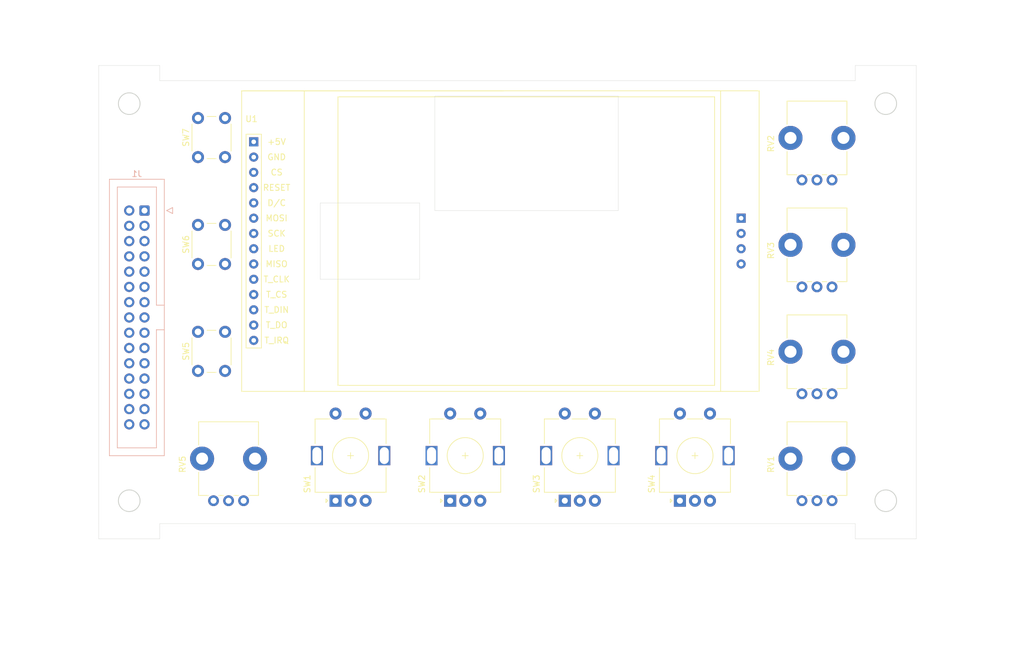
<source format=kicad_pcb>
(kicad_pcb (version 20171130) (host pcbnew "(5.1.7)-1")

  (general
    (thickness 1.6)
    (drawings 36)
    (tracks 0)
    (zones 0)
    (modules 14)
    (nets 90)
  )

  (page A4)
  (layers
    (0 F.Cu signal)
    (31 B.Cu signal)
    (32 B.Adhes user)
    (33 F.Adhes user)
    (34 B.Paste user)
    (35 F.Paste user)
    (36 B.SilkS user)
    (37 F.SilkS user)
    (38 B.Mask user)
    (39 F.Mask user)
    (40 Dwgs.User user)
    (41 Cmts.User user)
    (42 Eco1.User user)
    (43 Eco2.User user)
    (44 Edge.Cuts user)
    (45 Margin user)
    (46 B.CrtYd user)
    (47 F.CrtYd user)
    (48 B.Fab user)
    (49 F.Fab user)
  )

  (setup
    (last_trace_width 0.25)
    (trace_clearance 0.2)
    (zone_clearance 0.508)
    (zone_45_only no)
    (trace_min 0.2)
    (via_size 0.8)
    (via_drill 0.4)
    (via_min_size 0.4)
    (via_min_drill 0.3)
    (uvia_size 0.3)
    (uvia_drill 0.1)
    (uvias_allowed no)
    (uvia_min_size 0.2)
    (uvia_min_drill 0.1)
    (edge_width 0.05)
    (segment_width 0.2)
    (pcb_text_width 0.3)
    (pcb_text_size 1.5 1.5)
    (mod_edge_width 0.12)
    (mod_text_size 1 1)
    (mod_text_width 0.15)
    (pad_size 1.524 1.524)
    (pad_drill 0.762)
    (pad_to_mask_clearance 0)
    (aux_axis_origin 0 0)
    (visible_elements FFFFFF7F)
    (pcbplotparams
      (layerselection 0x010fc_ffffffff)
      (usegerberextensions false)
      (usegerberattributes true)
      (usegerberadvancedattributes true)
      (creategerberjobfile true)
      (excludeedgelayer true)
      (linewidth 0.100000)
      (plotframeref false)
      (viasonmask false)
      (mode 1)
      (useauxorigin false)
      (hpglpennumber 1)
      (hpglpenspeed 20)
      (hpglpendiameter 15.000000)
      (psnegative false)
      (psa4output false)
      (plotreference true)
      (plotvalue true)
      (plotinvisibletext false)
      (padsonsilk false)
      (subtractmaskfromsilk false)
      (outputformat 1)
      (mirror false)
      (drillshape 1)
      (scaleselection 1)
      (outputdirectory ""))
  )

  (net 0 "")
  (net 1 "Net-(J1-Pad30)")
  (net 2 "Net-(J1-Pad28)")
  (net 3 "Net-(J1-Pad26)")
  (net 4 "Net-(J1-Pad24)")
  (net 5 "Net-(J1-Pad22)")
  (net 6 "Net-(J1-Pad20)")
  (net 7 "Net-(J1-Pad18)")
  (net 8 "Net-(J1-Pad16)")
  (net 9 "Net-(J1-Pad14)")
  (net 10 "Net-(J1-Pad12)")
  (net 11 "Net-(J1-Pad10)")
  (net 12 "Net-(J1-Pad8)")
  (net 13 "Net-(J1-Pad6)")
  (net 14 "Net-(J1-Pad4)")
  (net 15 "Net-(J1-Pad2)")
  (net 16 "Net-(J1-Pad29)")
  (net 17 "Net-(J1-Pad27)")
  (net 18 "Net-(J1-Pad25)")
  (net 19 "Net-(J1-Pad23)")
  (net 20 "Net-(J1-Pad21)")
  (net 21 "Net-(J1-Pad19)")
  (net 22 "Net-(J1-Pad17)")
  (net 23 "Net-(J1-Pad15)")
  (net 24 "Net-(J1-Pad13)")
  (net 25 "Net-(J1-Pad11)")
  (net 26 "Net-(J1-Pad9)")
  (net 27 "Net-(J1-Pad7)")
  (net 28 "Net-(J1-Pad5)")
  (net 29 "Net-(J1-Pad3)")
  (net 30 "Net-(J1-Pad1)")
  (net 31 "Net-(U1-Pad18)")
  (net 32 "Net-(U1-Pad17)")
  (net 33 "Net-(U1-Pad16)")
  (net 34 "Net-(U1-Pad15)")
  (net 35 "Net-(U1-Pad14)")
  (net 36 "Net-(U1-Pad13)")
  (net 37 "Net-(U1-Pad12)")
  (net 38 "Net-(U1-Pad11)")
  (net 39 "Net-(U1-Pad10)")
  (net 40 "Net-(U1-Pad9)")
  (net 41 "Net-(U1-Pad8)")
  (net 42 "Net-(U1-Pad7)")
  (net 43 "Net-(U1-Pad6)")
  (net 44 "Net-(U1-Pad5)")
  (net 45 "Net-(U1-Pad4)")
  (net 46 "Net-(U1-Pad3)")
  (net 47 "Net-(U1-Pad2)")
  (net 48 "Net-(U1-Pad1)")
  (net 49 "Net-(SW1-PadA)")
  (net 50 "Net-(SW1-PadC)")
  (net 51 "Net-(SW1-PadB)")
  (net 52 "Net-(SW1-PadS2)")
  (net 53 "Net-(SW1-PadS1)")
  (net 54 "Net-(SW2-PadA)")
  (net 55 "Net-(SW2-PadC)")
  (net 56 "Net-(SW2-PadB)")
  (net 57 "Net-(SW2-PadS2)")
  (net 58 "Net-(SW2-PadS1)")
  (net 59 "Net-(SW3-PadA)")
  (net 60 "Net-(SW3-PadC)")
  (net 61 "Net-(SW3-PadB)")
  (net 62 "Net-(SW3-PadS2)")
  (net 63 "Net-(SW3-PadS1)")
  (net 64 "Net-(SW4-PadA)")
  (net 65 "Net-(SW4-PadC)")
  (net 66 "Net-(SW4-PadB)")
  (net 67 "Net-(SW4-PadS2)")
  (net 68 "Net-(SW4-PadS1)")
  (net 69 "Net-(SW5-Pad1)")
  (net 70 "Net-(SW5-Pad2)")
  (net 71 "Net-(RV1-Pad1)")
  (net 72 "Net-(RV1-Pad2)")
  (net 73 "Net-(RV1-Pad3)")
  (net 74 "Net-(RV2-Pad1)")
  (net 75 "Net-(RV2-Pad2)")
  (net 76 "Net-(RV2-Pad3)")
  (net 77 "Net-(RV3-Pad1)")
  (net 78 "Net-(RV3-Pad2)")
  (net 79 "Net-(RV3-Pad3)")
  (net 80 "Net-(RV4-Pad1)")
  (net 81 "Net-(RV4-Pad2)")
  (net 82 "Net-(RV4-Pad3)")
  (net 83 "Net-(RV5-Pad1)")
  (net 84 "Net-(RV5-Pad2)")
  (net 85 "Net-(RV5-Pad3)")
  (net 86 "Net-(SW6-Pad1)")
  (net 87 "Net-(SW6-Pad2)")
  (net 88 "Net-(SW7-Pad1)")
  (net 89 "Net-(SW7-Pad2)")

  (net_class Default "This is the default net class."
    (clearance 0.2)
    (trace_width 0.25)
    (via_dia 0.8)
    (via_drill 0.4)
    (uvia_dia 0.3)
    (uvia_drill 0.1)
    (add_net "Net-(J1-Pad1)")
    (add_net "Net-(J1-Pad10)")
    (add_net "Net-(J1-Pad11)")
    (add_net "Net-(J1-Pad12)")
    (add_net "Net-(J1-Pad13)")
    (add_net "Net-(J1-Pad14)")
    (add_net "Net-(J1-Pad15)")
    (add_net "Net-(J1-Pad16)")
    (add_net "Net-(J1-Pad17)")
    (add_net "Net-(J1-Pad18)")
    (add_net "Net-(J1-Pad19)")
    (add_net "Net-(J1-Pad2)")
    (add_net "Net-(J1-Pad20)")
    (add_net "Net-(J1-Pad21)")
    (add_net "Net-(J1-Pad22)")
    (add_net "Net-(J1-Pad23)")
    (add_net "Net-(J1-Pad24)")
    (add_net "Net-(J1-Pad25)")
    (add_net "Net-(J1-Pad26)")
    (add_net "Net-(J1-Pad27)")
    (add_net "Net-(J1-Pad28)")
    (add_net "Net-(J1-Pad29)")
    (add_net "Net-(J1-Pad3)")
    (add_net "Net-(J1-Pad30)")
    (add_net "Net-(J1-Pad4)")
    (add_net "Net-(J1-Pad5)")
    (add_net "Net-(J1-Pad6)")
    (add_net "Net-(J1-Pad7)")
    (add_net "Net-(J1-Pad8)")
    (add_net "Net-(J1-Pad9)")
    (add_net "Net-(RV1-Pad1)")
    (add_net "Net-(RV1-Pad2)")
    (add_net "Net-(RV1-Pad3)")
    (add_net "Net-(RV2-Pad1)")
    (add_net "Net-(RV2-Pad2)")
    (add_net "Net-(RV2-Pad3)")
    (add_net "Net-(RV3-Pad1)")
    (add_net "Net-(RV3-Pad2)")
    (add_net "Net-(RV3-Pad3)")
    (add_net "Net-(RV4-Pad1)")
    (add_net "Net-(RV4-Pad2)")
    (add_net "Net-(RV4-Pad3)")
    (add_net "Net-(RV5-Pad1)")
    (add_net "Net-(RV5-Pad2)")
    (add_net "Net-(RV5-Pad3)")
    (add_net "Net-(SW1-PadA)")
    (add_net "Net-(SW1-PadB)")
    (add_net "Net-(SW1-PadC)")
    (add_net "Net-(SW1-PadS1)")
    (add_net "Net-(SW1-PadS2)")
    (add_net "Net-(SW2-PadA)")
    (add_net "Net-(SW2-PadB)")
    (add_net "Net-(SW2-PadC)")
    (add_net "Net-(SW2-PadS1)")
    (add_net "Net-(SW2-PadS2)")
    (add_net "Net-(SW3-PadA)")
    (add_net "Net-(SW3-PadB)")
    (add_net "Net-(SW3-PadC)")
    (add_net "Net-(SW3-PadS1)")
    (add_net "Net-(SW3-PadS2)")
    (add_net "Net-(SW4-PadA)")
    (add_net "Net-(SW4-PadB)")
    (add_net "Net-(SW4-PadC)")
    (add_net "Net-(SW4-PadS1)")
    (add_net "Net-(SW4-PadS2)")
    (add_net "Net-(SW5-Pad1)")
    (add_net "Net-(SW5-Pad2)")
    (add_net "Net-(SW6-Pad1)")
    (add_net "Net-(SW6-Pad2)")
    (add_net "Net-(SW7-Pad1)")
    (add_net "Net-(SW7-Pad2)")
    (add_net "Net-(U1-Pad1)")
    (add_net "Net-(U1-Pad10)")
    (add_net "Net-(U1-Pad11)")
    (add_net "Net-(U1-Pad12)")
    (add_net "Net-(U1-Pad13)")
    (add_net "Net-(U1-Pad14)")
    (add_net "Net-(U1-Pad15)")
    (add_net "Net-(U1-Pad16)")
    (add_net "Net-(U1-Pad17)")
    (add_net "Net-(U1-Pad18)")
    (add_net "Net-(U1-Pad2)")
    (add_net "Net-(U1-Pad3)")
    (add_net "Net-(U1-Pad4)")
    (add_net "Net-(U1-Pad5)")
    (add_net "Net-(U1-Pad6)")
    (add_net "Net-(U1-Pad7)")
    (add_net "Net-(U1-Pad8)")
    (add_net "Net-(U1-Pad9)")
  )

  (module Module:TeensyLCD_ILI9341 (layer F.Cu) (tedit 5F76F29F) (tstamp 5F73371F)
    (at 72.76 48.26)
    (path /5F735402)
    (fp_text reference U1 (at -0.37 -3.81) (layer F.SilkS)
      (effects (font (size 1 1) (thickness 0.15)))
    )
    (fp_text value TeensyLCD (at 19.95 -5.08) (layer F.Fab)
      (effects (font (size 1 1) (thickness 0.15)))
    )
    (fp_text user T_IRQ (at 3.81 33.02) (layer F.SilkS)
      (effects (font (size 1 1) (thickness 0.15)))
    )
    (fp_text user T_DO (at 3.81 30.48) (layer F.SilkS)
      (effects (font (size 1 1) (thickness 0.15)))
    )
    (fp_text user T_DIN (at 3.81 27.94) (layer F.SilkS)
      (effects (font (size 1 1) (thickness 0.15)))
    )
    (fp_text user T_CS (at 3.81 25.4) (layer F.SilkS)
      (effects (font (size 1 1) (thickness 0.15)))
    )
    (fp_text user T_CLK (at 3.81 22.86) (layer F.SilkS)
      (effects (font (size 1 1) (thickness 0.15)))
    )
    (fp_text user MISO (at 3.81 20.32) (layer F.SilkS)
      (effects (font (size 1 1) (thickness 0.15)))
    )
    (fp_text user LED (at 3.81 17.78) (layer F.SilkS)
      (effects (font (size 1 1) (thickness 0.15)))
    )
    (fp_text user SCK (at 3.81 15.24) (layer F.SilkS)
      (effects (font (size 1 1) (thickness 0.15)))
    )
    (fp_text user MOSI (at 3.81 12.7) (layer F.SilkS)
      (effects (font (size 1 1) (thickness 0.15)))
    )
    (fp_text user D/C (at 3.81 10.16) (layer F.SilkS)
      (effects (font (size 1 1) (thickness 0.15)))
    )
    (fp_text user RESET (at 3.81 7.62) (layer F.SilkS)
      (effects (font (size 1 1) (thickness 0.15)))
    )
    (fp_text user CS (at 3.81 5.08) (layer F.SilkS)
      (effects (font (size 1 1) (thickness 0.15)))
    )
    (fp_text user GND (at 3.81 2.54) (layer F.SilkS)
      (effects (font (size 1 1) (thickness 0.15)))
    )
    (fp_text user +5V (at 3.81 0) (layer F.SilkS)
      (effects (font (size 1 1) (thickness 0.15)))
    )
    (fp_line (start -2 -8.49) (end 84 -8.49) (layer F.SilkS) (width 0.12))
    (fp_line (start -2 -8.49) (end 41.51 -8.49) (layer F.SilkS) (width 0.12))
    (fp_line (start -2 -8.49) (end -2 41.51) (layer F.SilkS) (width 0.12))
    (fp_line (start -2 41.51) (end 84 41.51) (layer F.SilkS) (width 0.12))
    (fp_line (start 84 -8.49) (end 84 41.51) (layer F.SilkS) (width 0.12))
    (fp_line (start 8.4 -8.49) (end 8.4 41.51) (layer F.SilkS) (width 0.12))
    (fp_line (start 77.6 -8.49) (end 77.6 41.51) (layer F.SilkS) (width 0.12))
    (fp_line (start -1.27 -1.27) (end 1.27 -1.27) (layer F.SilkS) (width 0.12))
    (fp_line (start 1.27 -1.27) (end 1.27 34.29) (layer F.SilkS) (width 0.12))
    (fp_line (start 1.27 34.29) (end -1.27 34.29) (layer F.SilkS) (width 0.12))
    (fp_line (start -1.27 34.29) (end -1.27 -1.27) (layer F.SilkS) (width 0.12))
    (fp_line (start 14 -7.49) (end 14 40.51) (layer F.SilkS) (width 0.12))
    (fp_line (start 76.6 -7.49) (end 76.6 40.51) (layer F.SilkS) (width 0.12))
    (fp_line (start 76.6 -7.49) (end 14 -7.49) (layer F.SilkS) (width 0.12))
    (fp_line (start 14 40.51) (end 76.6 40.51) (layer F.SilkS) (width 0.12))
    (fp_line (start 30 -8.49) (end 30 11.51) (layer F.Fab) (width 0.12))
    (fp_line (start 60 -8.49) (end 60 11.51) (layer F.Fab) (width 0.12))
    (fp_line (start 30 11.51) (end 60 11.51) (layer F.Fab) (width 0.12))
    (fp_line (start 27 10) (end 27 23) (layer F.Fab) (width 0.12))
    (fp_line (start 12 10) (end 12 23) (layer F.Fab) (width 0.12))
    (fp_line (start 12 10) (end 27 10) (layer F.Fab) (width 0.12))
    (fp_line (start 12 23) (end 27 23) (layer F.Fab) (width 0.12))
    (pad "" np_thru_hole circle (at 81 -5.49) (size 3.2 3.2) (drill 3.2) (layers *.Cu *.Mask))
    (pad "" np_thru_hole circle (at 81 38.51) (size 3.2 3.2) (drill 3.2) (layers *.Cu *.Mask))
    (pad "" np_thru_hole circle (at 4.92 38.51) (size 3.2 3.2) (drill 3.2) (layers *.Cu *.Mask))
    (pad "" np_thru_hole circle (at 4.92 -5.49) (size 3.2 3.2) (drill 3.2) (layers *.Cu *.Mask))
    (pad 18 thru_hole circle (at 81 20.32) (size 1.524 1.524) (drill 0.762) (layers *.Cu *.Mask)
      (net 31 "Net-(U1-Pad18)"))
    (pad 17 thru_hole circle (at 81 17.78) (size 1.524 1.524) (drill 0.762) (layers *.Cu *.Mask)
      (net 32 "Net-(U1-Pad17)"))
    (pad 16 thru_hole circle (at 81 15.24) (size 1.524 1.524) (drill 0.762) (layers *.Cu *.Mask)
      (net 33 "Net-(U1-Pad16)"))
    (pad 15 thru_hole rect (at 81 12.7) (size 1.524 1.524) (drill 0.762) (layers *.Cu *.Mask)
      (net 34 "Net-(U1-Pad15)"))
    (pad 14 thru_hole circle (at 0 33.02) (size 1.524 1.524) (drill 0.762) (layers *.Cu *.Mask)
      (net 35 "Net-(U1-Pad14)"))
    (pad 13 thru_hole circle (at 0 30.48) (size 1.524 1.524) (drill 0.762) (layers *.Cu *.Mask)
      (net 36 "Net-(U1-Pad13)"))
    (pad 12 thru_hole circle (at 0 27.94) (size 1.524 1.524) (drill 0.762) (layers *.Cu *.Mask)
      (net 37 "Net-(U1-Pad12)"))
    (pad 11 thru_hole circle (at 0 25.4) (size 1.524 1.524) (drill 0.762) (layers *.Cu *.Mask)
      (net 38 "Net-(U1-Pad11)"))
    (pad 10 thru_hole circle (at 0 22.86) (size 1.524 1.524) (drill 0.762) (layers *.Cu *.Mask)
      (net 39 "Net-(U1-Pad10)"))
    (pad 9 thru_hole circle (at 0 20.32) (size 1.524 1.524) (drill 0.762) (layers *.Cu *.Mask)
      (net 40 "Net-(U1-Pad9)"))
    (pad 8 thru_hole circle (at 0 17.78) (size 1.524 1.524) (drill 0.762) (layers *.Cu *.Mask)
      (net 41 "Net-(U1-Pad8)"))
    (pad 7 thru_hole circle (at 0 15.24) (size 1.524 1.524) (drill 0.762) (layers *.Cu *.Mask)
      (net 42 "Net-(U1-Pad7)"))
    (pad 6 thru_hole circle (at 0 12.7) (size 1.524 1.524) (drill 0.762) (layers *.Cu *.Mask)
      (net 43 "Net-(U1-Pad6)"))
    (pad 5 thru_hole circle (at 0 10.16) (size 1.524 1.524) (drill 0.762) (layers *.Cu *.Mask)
      (net 44 "Net-(U1-Pad5)"))
    (pad 4 thru_hole circle (at 0 7.62) (size 1.524 1.524) (drill 0.762) (layers *.Cu *.Mask)
      (net 45 "Net-(U1-Pad4)"))
    (pad 3 thru_hole circle (at 0 5.08) (size 1.524 1.524) (drill 0.762) (layers *.Cu *.Mask)
      (net 46 "Net-(U1-Pad3)"))
    (pad 2 thru_hole circle (at 0 2.54) (size 1.524 1.524) (drill 0.762) (layers *.Cu *.Mask)
      (net 47 "Net-(U1-Pad2)"))
    (pad 1 thru_hole rect (at 0 0) (size 1.524 1.524) (drill 0.762) (layers *.Cu *.Mask)
      (net 48 "Net-(U1-Pad1)"))
  )

  (module Button_Switch_THT:SW_PUSH_6mm_H9.5mm (layer F.Cu) (tedit 5A02FE31) (tstamp 5F775F06)
    (at 63.5 50.8 90)
    (descr "tactile push button, 6x6mm e.g. PHAP33xx series, height=9.5mm")
    (tags "tact sw push 6mm")
    (path /5F782516)
    (fp_text reference SW7 (at 3.25 -2 90) (layer F.SilkS)
      (effects (font (size 1 1) (thickness 0.15)))
    )
    (fp_text value SW_Push (at 3.75 6.7 90) (layer F.Fab)
      (effects (font (size 1 1) (thickness 0.15)))
    )
    (fp_text user %R (at 3.25 2.25 90) (layer F.Fab)
      (effects (font (size 1 1) (thickness 0.15)))
    )
    (fp_line (start 3.25 -0.75) (end 6.25 -0.75) (layer F.Fab) (width 0.1))
    (fp_line (start 6.25 -0.75) (end 6.25 5.25) (layer F.Fab) (width 0.1))
    (fp_line (start 6.25 5.25) (end 0.25 5.25) (layer F.Fab) (width 0.1))
    (fp_line (start 0.25 5.25) (end 0.25 -0.75) (layer F.Fab) (width 0.1))
    (fp_line (start 0.25 -0.75) (end 3.25 -0.75) (layer F.Fab) (width 0.1))
    (fp_line (start 7.75 6) (end 8 6) (layer F.CrtYd) (width 0.05))
    (fp_line (start 8 6) (end 8 5.75) (layer F.CrtYd) (width 0.05))
    (fp_line (start 7.75 -1.5) (end 8 -1.5) (layer F.CrtYd) (width 0.05))
    (fp_line (start 8 -1.5) (end 8 -1.25) (layer F.CrtYd) (width 0.05))
    (fp_line (start -1.5 -1.25) (end -1.5 -1.5) (layer F.CrtYd) (width 0.05))
    (fp_line (start -1.5 -1.5) (end -1.25 -1.5) (layer F.CrtYd) (width 0.05))
    (fp_line (start -1.5 5.75) (end -1.5 6) (layer F.CrtYd) (width 0.05))
    (fp_line (start -1.5 6) (end -1.25 6) (layer F.CrtYd) (width 0.05))
    (fp_line (start -1.25 -1.5) (end 7.75 -1.5) (layer F.CrtYd) (width 0.05))
    (fp_line (start -1.5 5.75) (end -1.5 -1.25) (layer F.CrtYd) (width 0.05))
    (fp_line (start 7.75 6) (end -1.25 6) (layer F.CrtYd) (width 0.05))
    (fp_line (start 8 -1.25) (end 8 5.75) (layer F.CrtYd) (width 0.05))
    (fp_line (start 1 5.5) (end 5.5 5.5) (layer F.SilkS) (width 0.12))
    (fp_line (start -0.25 1.5) (end -0.25 3) (layer F.SilkS) (width 0.12))
    (fp_line (start 5.5 -1) (end 1 -1) (layer F.SilkS) (width 0.12))
    (fp_line (start 6.75 3) (end 6.75 1.5) (layer F.SilkS) (width 0.12))
    (fp_circle (center 3.25 2.25) (end 1.25 2.5) (layer F.Fab) (width 0.1))
    (pad 1 thru_hole circle (at 6.5 0 180) (size 2 2) (drill 1.1) (layers *.Cu *.Mask)
      (net 88 "Net-(SW7-Pad1)"))
    (pad 2 thru_hole circle (at 6.5 4.5 180) (size 2 2) (drill 1.1) (layers *.Cu *.Mask)
      (net 89 "Net-(SW7-Pad2)"))
    (pad 1 thru_hole circle (at 0 0 180) (size 2 2) (drill 1.1) (layers *.Cu *.Mask)
      (net 88 "Net-(SW7-Pad1)"))
    (pad 2 thru_hole circle (at 0 4.5 180) (size 2 2) (drill 1.1) (layers *.Cu *.Mask)
      (net 89 "Net-(SW7-Pad2)"))
    (model ${KISYS3DMOD}/Button_Switch_THT.3dshapes/SW_PUSH_6mm_H9.5mm.wrl
      (at (xyz 0 0 0))
      (scale (xyz 1 1 1))
      (rotate (xyz 0 0 0))
    )
  )

  (module Button_Switch_THT:SW_PUSH_6mm_H9.5mm (layer F.Cu) (tedit 5A02FE31) (tstamp 5F775EE7)
    (at 63.5 68.58 90)
    (descr "tactile push button, 6x6mm e.g. PHAP33xx series, height=9.5mm")
    (tags "tact sw push 6mm")
    (path /5F782103)
    (fp_text reference SW6 (at 3.25 -2 90) (layer F.SilkS)
      (effects (font (size 1 1) (thickness 0.15)))
    )
    (fp_text value SW_Push (at 3.75 6.7 90) (layer F.Fab)
      (effects (font (size 1 1) (thickness 0.15)))
    )
    (fp_text user %R (at 3.25 2.25 90) (layer F.Fab)
      (effects (font (size 1 1) (thickness 0.15)))
    )
    (fp_line (start 3.25 -0.75) (end 6.25 -0.75) (layer F.Fab) (width 0.1))
    (fp_line (start 6.25 -0.75) (end 6.25 5.25) (layer F.Fab) (width 0.1))
    (fp_line (start 6.25 5.25) (end 0.25 5.25) (layer F.Fab) (width 0.1))
    (fp_line (start 0.25 5.25) (end 0.25 -0.75) (layer F.Fab) (width 0.1))
    (fp_line (start 0.25 -0.75) (end 3.25 -0.75) (layer F.Fab) (width 0.1))
    (fp_line (start 7.75 6) (end 8 6) (layer F.CrtYd) (width 0.05))
    (fp_line (start 8 6) (end 8 5.75) (layer F.CrtYd) (width 0.05))
    (fp_line (start 7.75 -1.5) (end 8 -1.5) (layer F.CrtYd) (width 0.05))
    (fp_line (start 8 -1.5) (end 8 -1.25) (layer F.CrtYd) (width 0.05))
    (fp_line (start -1.5 -1.25) (end -1.5 -1.5) (layer F.CrtYd) (width 0.05))
    (fp_line (start -1.5 -1.5) (end -1.25 -1.5) (layer F.CrtYd) (width 0.05))
    (fp_line (start -1.5 5.75) (end -1.5 6) (layer F.CrtYd) (width 0.05))
    (fp_line (start -1.5 6) (end -1.25 6) (layer F.CrtYd) (width 0.05))
    (fp_line (start -1.25 -1.5) (end 7.75 -1.5) (layer F.CrtYd) (width 0.05))
    (fp_line (start -1.5 5.75) (end -1.5 -1.25) (layer F.CrtYd) (width 0.05))
    (fp_line (start 7.75 6) (end -1.25 6) (layer F.CrtYd) (width 0.05))
    (fp_line (start 8 -1.25) (end 8 5.75) (layer F.CrtYd) (width 0.05))
    (fp_line (start 1 5.5) (end 5.5 5.5) (layer F.SilkS) (width 0.12))
    (fp_line (start -0.25 1.5) (end -0.25 3) (layer F.SilkS) (width 0.12))
    (fp_line (start 5.5 -1) (end 1 -1) (layer F.SilkS) (width 0.12))
    (fp_line (start 6.75 3) (end 6.75 1.5) (layer F.SilkS) (width 0.12))
    (fp_circle (center 3.25 2.25) (end 1.25 2.5) (layer F.Fab) (width 0.1))
    (pad 1 thru_hole circle (at 6.5 0 180) (size 2 2) (drill 1.1) (layers *.Cu *.Mask)
      (net 86 "Net-(SW6-Pad1)"))
    (pad 2 thru_hole circle (at 6.5 4.5 180) (size 2 2) (drill 1.1) (layers *.Cu *.Mask)
      (net 87 "Net-(SW6-Pad2)"))
    (pad 1 thru_hole circle (at 0 0 180) (size 2 2) (drill 1.1) (layers *.Cu *.Mask)
      (net 86 "Net-(SW6-Pad1)"))
    (pad 2 thru_hole circle (at 0 4.5 180) (size 2 2) (drill 1.1) (layers *.Cu *.Mask)
      (net 87 "Net-(SW6-Pad2)"))
    (model ${KISYS3DMOD}/Button_Switch_THT.3dshapes/SW_PUSH_6mm_H9.5mm.wrl
      (at (xyz 0 0 0))
      (scale (xyz 1 1 1))
      (rotate (xyz 0 0 0))
    )
  )

  (module Potentiometer_THT:Potentiometer_Bourns_PTV09A-1_Single_Vertical (layer F.Cu) (tedit 5A3D4993) (tstamp 5F7754B1)
    (at 71.08 107.95 90)
    (descr "Potentiometer, vertical, Bourns PTV09A-1 Single, http://www.bourns.com/docs/Product-Datasheets/ptv09.pdf")
    (tags "Potentiometer vertical Bourns PTV09A-1 Single")
    (path /5F77F007)
    (fp_text reference RV5 (at 6.05 -10.15 90) (layer F.SilkS)
      (effects (font (size 1 1) (thickness 0.15)))
    )
    (fp_text value R_POT (at 6.05 5.15 90) (layer F.Fab)
      (effects (font (size 1 1) (thickness 0.15)))
    )
    (fp_text user %R (at 2 -2.5) (layer F.Fab)
      (effects (font (size 1 1) (thickness 0.15)))
    )
    (fp_circle (center 7.5 -2.5) (end 10.5 -2.5) (layer F.Fab) (width 0.1))
    (fp_line (start 1 -7.35) (end 1 2.35) (layer F.Fab) (width 0.1))
    (fp_line (start 1 2.35) (end 13 2.35) (layer F.Fab) (width 0.1))
    (fp_line (start 13 2.35) (end 13 -7.35) (layer F.Fab) (width 0.1))
    (fp_line (start 13 -7.35) (end 1 -7.35) (layer F.Fab) (width 0.1))
    (fp_line (start 0.88 -7.47) (end 4.745 -7.47) (layer F.SilkS) (width 0.12))
    (fp_line (start 9.255 -7.47) (end 13.12 -7.47) (layer F.SilkS) (width 0.12))
    (fp_line (start 0.88 2.47) (end 4.745 2.47) (layer F.SilkS) (width 0.12))
    (fp_line (start 9.255 2.47) (end 13.12 2.47) (layer F.SilkS) (width 0.12))
    (fp_line (start 0.88 -7.47) (end 0.88 -5.871) (layer F.SilkS) (width 0.12))
    (fp_line (start 0.88 -4.129) (end 0.88 -3.37) (layer F.SilkS) (width 0.12))
    (fp_line (start 0.88 -1.629) (end 0.88 -0.87) (layer F.SilkS) (width 0.12))
    (fp_line (start 0.88 0.87) (end 0.88 2.47) (layer F.SilkS) (width 0.12))
    (fp_line (start 13.12 -7.47) (end 13.12 2.47) (layer F.SilkS) (width 0.12))
    (fp_line (start -1.15 -9.15) (end -1.15 4.15) (layer F.CrtYd) (width 0.05))
    (fp_line (start -1.15 4.15) (end 13.25 4.15) (layer F.CrtYd) (width 0.05))
    (fp_line (start 13.25 4.15) (end 13.25 -9.15) (layer F.CrtYd) (width 0.05))
    (fp_line (start 13.25 -9.15) (end -1.15 -9.15) (layer F.CrtYd) (width 0.05))
    (pad "" np_thru_hole circle (at 7 1.9 90) (size 4 4) (drill 2) (layers *.Cu *.Mask))
    (pad "" np_thru_hole circle (at 7 -6.9 90) (size 4 4) (drill 2) (layers *.Cu *.Mask))
    (pad 1 thru_hole circle (at 0 0 90) (size 1.8 1.8) (drill 1) (layers *.Cu *.Mask)
      (net 83 "Net-(RV5-Pad1)"))
    (pad 2 thru_hole circle (at 0 -2.5 90) (size 1.8 1.8) (drill 1) (layers *.Cu *.Mask)
      (net 84 "Net-(RV5-Pad2)"))
    (pad 3 thru_hole circle (at 0 -5 90) (size 1.8 1.8) (drill 1) (layers *.Cu *.Mask)
      (net 85 "Net-(RV5-Pad3)"))
    (model ${KISYS3DMOD}/Potentiometer_THT.3dshapes/Potentiometer_Bourns_PTV09A-1_Single_Vertical.wrl
      (at (xyz 0 0 0))
      (scale (xyz 1 1 1))
      (rotate (xyz 0 0 0))
    )
  )

  (module Potentiometer_THT:Potentiometer_Bourns_PTV09A-1_Single_Vertical (layer F.Cu) (tedit 5A3D4993) (tstamp 5F774C94)
    (at 168.87 90.17 90)
    (descr "Potentiometer, vertical, Bourns PTV09A-1 Single, http://www.bourns.com/docs/Product-Datasheets/ptv09.pdf")
    (tags "Potentiometer vertical Bourns PTV09A-1 Single")
    (path /5F77B5B6)
    (fp_text reference RV4 (at 6.05 -10.15 90) (layer F.SilkS)
      (effects (font (size 1 1) (thickness 0.15)))
    )
    (fp_text value R_POT (at 6.05 5.15 90) (layer F.Fab)
      (effects (font (size 1 1) (thickness 0.15)))
    )
    (fp_text user %R (at 2 -2.5) (layer F.Fab)
      (effects (font (size 1 1) (thickness 0.15)))
    )
    (fp_circle (center 7.5 -2.5) (end 10.5 -2.5) (layer F.Fab) (width 0.1))
    (fp_line (start 1 -7.35) (end 1 2.35) (layer F.Fab) (width 0.1))
    (fp_line (start 1 2.35) (end 13 2.35) (layer F.Fab) (width 0.1))
    (fp_line (start 13 2.35) (end 13 -7.35) (layer F.Fab) (width 0.1))
    (fp_line (start 13 -7.35) (end 1 -7.35) (layer F.Fab) (width 0.1))
    (fp_line (start 0.88 -7.47) (end 4.745 -7.47) (layer F.SilkS) (width 0.12))
    (fp_line (start 9.255 -7.47) (end 13.12 -7.47) (layer F.SilkS) (width 0.12))
    (fp_line (start 0.88 2.47) (end 4.745 2.47) (layer F.SilkS) (width 0.12))
    (fp_line (start 9.255 2.47) (end 13.12 2.47) (layer F.SilkS) (width 0.12))
    (fp_line (start 0.88 -7.47) (end 0.88 -5.871) (layer F.SilkS) (width 0.12))
    (fp_line (start 0.88 -4.129) (end 0.88 -3.37) (layer F.SilkS) (width 0.12))
    (fp_line (start 0.88 -1.629) (end 0.88 -0.87) (layer F.SilkS) (width 0.12))
    (fp_line (start 0.88 0.87) (end 0.88 2.47) (layer F.SilkS) (width 0.12))
    (fp_line (start 13.12 -7.47) (end 13.12 2.47) (layer F.SilkS) (width 0.12))
    (fp_line (start -1.15 -9.15) (end -1.15 4.15) (layer F.CrtYd) (width 0.05))
    (fp_line (start -1.15 4.15) (end 13.25 4.15) (layer F.CrtYd) (width 0.05))
    (fp_line (start 13.25 4.15) (end 13.25 -9.15) (layer F.CrtYd) (width 0.05))
    (fp_line (start 13.25 -9.15) (end -1.15 -9.15) (layer F.CrtYd) (width 0.05))
    (pad "" np_thru_hole circle (at 7 1.9 90) (size 4 4) (drill 2) (layers *.Cu *.Mask))
    (pad "" np_thru_hole circle (at 7 -6.9 90) (size 4 4) (drill 2) (layers *.Cu *.Mask))
    (pad 1 thru_hole circle (at 0 0 90) (size 1.8 1.8) (drill 1) (layers *.Cu *.Mask)
      (net 80 "Net-(RV4-Pad1)"))
    (pad 2 thru_hole circle (at 0 -2.5 90) (size 1.8 1.8) (drill 1) (layers *.Cu *.Mask)
      (net 81 "Net-(RV4-Pad2)"))
    (pad 3 thru_hole circle (at 0 -5 90) (size 1.8 1.8) (drill 1) (layers *.Cu *.Mask)
      (net 82 "Net-(RV4-Pad3)"))
    (model ${KISYS3DMOD}/Potentiometer_THT.3dshapes/Potentiometer_Bourns_PTV09A-1_Single_Vertical.wrl
      (at (xyz 0 0 0))
      (scale (xyz 1 1 1))
      (rotate (xyz 0 0 0))
    )
  )

  (module Potentiometer_THT:Potentiometer_Bourns_PTV09A-1_Single_Vertical (layer F.Cu) (tedit 5A3D4993) (tstamp 5F77457D)
    (at 168.87 72.39 90)
    (descr "Potentiometer, vertical, Bourns PTV09A-1 Single, http://www.bourns.com/docs/Product-Datasheets/ptv09.pdf")
    (tags "Potentiometer vertical Bourns PTV09A-1 Single")
    (path /5F779B63)
    (fp_text reference RV3 (at 6.05 -10.15 90) (layer F.SilkS)
      (effects (font (size 1 1) (thickness 0.15)))
    )
    (fp_text value R_POT (at 6.05 5.15 90) (layer F.Fab)
      (effects (font (size 1 1) (thickness 0.15)))
    )
    (fp_text user %R (at 2 -2.5) (layer F.Fab)
      (effects (font (size 1 1) (thickness 0.15)))
    )
    (fp_circle (center 7.5 -2.5) (end 10.5 -2.5) (layer F.Fab) (width 0.1))
    (fp_line (start 1 -7.35) (end 1 2.35) (layer F.Fab) (width 0.1))
    (fp_line (start 1 2.35) (end 13 2.35) (layer F.Fab) (width 0.1))
    (fp_line (start 13 2.35) (end 13 -7.35) (layer F.Fab) (width 0.1))
    (fp_line (start 13 -7.35) (end 1 -7.35) (layer F.Fab) (width 0.1))
    (fp_line (start 0.88 -7.47) (end 4.745 -7.47) (layer F.SilkS) (width 0.12))
    (fp_line (start 9.255 -7.47) (end 13.12 -7.47) (layer F.SilkS) (width 0.12))
    (fp_line (start 0.88 2.47) (end 4.745 2.47) (layer F.SilkS) (width 0.12))
    (fp_line (start 9.255 2.47) (end 13.12 2.47) (layer F.SilkS) (width 0.12))
    (fp_line (start 0.88 -7.47) (end 0.88 -5.871) (layer F.SilkS) (width 0.12))
    (fp_line (start 0.88 -4.129) (end 0.88 -3.37) (layer F.SilkS) (width 0.12))
    (fp_line (start 0.88 -1.629) (end 0.88 -0.87) (layer F.SilkS) (width 0.12))
    (fp_line (start 0.88 0.87) (end 0.88 2.47) (layer F.SilkS) (width 0.12))
    (fp_line (start 13.12 -7.47) (end 13.12 2.47) (layer F.SilkS) (width 0.12))
    (fp_line (start -1.15 -9.15) (end -1.15 4.15) (layer F.CrtYd) (width 0.05))
    (fp_line (start -1.15 4.15) (end 13.25 4.15) (layer F.CrtYd) (width 0.05))
    (fp_line (start 13.25 4.15) (end 13.25 -9.15) (layer F.CrtYd) (width 0.05))
    (fp_line (start 13.25 -9.15) (end -1.15 -9.15) (layer F.CrtYd) (width 0.05))
    (pad "" np_thru_hole circle (at 7 1.9 90) (size 4 4) (drill 2) (layers *.Cu *.Mask))
    (pad "" np_thru_hole circle (at 7 -6.9 90) (size 4 4) (drill 2) (layers *.Cu *.Mask))
    (pad 1 thru_hole circle (at 0 0 90) (size 1.8 1.8) (drill 1) (layers *.Cu *.Mask)
      (net 77 "Net-(RV3-Pad1)"))
    (pad 2 thru_hole circle (at 0 -2.5 90) (size 1.8 1.8) (drill 1) (layers *.Cu *.Mask)
      (net 78 "Net-(RV3-Pad2)"))
    (pad 3 thru_hole circle (at 0 -5 90) (size 1.8 1.8) (drill 1) (layers *.Cu *.Mask)
      (net 79 "Net-(RV3-Pad3)"))
    (model ${KISYS3DMOD}/Potentiometer_THT.3dshapes/Potentiometer_Bourns_PTV09A-1_Single_Vertical.wrl
      (at (xyz 0 0 0))
      (scale (xyz 1 1 1))
      (rotate (xyz 0 0 0))
    )
  )

  (module Potentiometer_THT:Potentiometer_Bourns_PTV09A-1_Single_Vertical (layer F.Cu) (tedit 5A3D4993) (tstamp 5F774561)
    (at 168.87 54.61 90)
    (descr "Potentiometer, vertical, Bourns PTV09A-1 Single, http://www.bourns.com/docs/Product-Datasheets/ptv09.pdf")
    (tags "Potentiometer vertical Bourns PTV09A-1 Single")
    (path /5F7793AD)
    (fp_text reference RV2 (at 6.05 -10.15 90) (layer F.SilkS)
      (effects (font (size 1 1) (thickness 0.15)))
    )
    (fp_text value R_POT (at 6.05 5.15 90) (layer F.Fab)
      (effects (font (size 1 1) (thickness 0.15)))
    )
    (fp_text user %R (at 2 -2.5) (layer F.Fab)
      (effects (font (size 1 1) (thickness 0.15)))
    )
    (fp_circle (center 7.5 -2.5) (end 10.5 -2.5) (layer F.Fab) (width 0.1))
    (fp_line (start 1 -7.35) (end 1 2.35) (layer F.Fab) (width 0.1))
    (fp_line (start 1 2.35) (end 13 2.35) (layer F.Fab) (width 0.1))
    (fp_line (start 13 2.35) (end 13 -7.35) (layer F.Fab) (width 0.1))
    (fp_line (start 13 -7.35) (end 1 -7.35) (layer F.Fab) (width 0.1))
    (fp_line (start 0.88 -7.47) (end 4.745 -7.47) (layer F.SilkS) (width 0.12))
    (fp_line (start 9.255 -7.47) (end 13.12 -7.47) (layer F.SilkS) (width 0.12))
    (fp_line (start 0.88 2.47) (end 4.745 2.47) (layer F.SilkS) (width 0.12))
    (fp_line (start 9.255 2.47) (end 13.12 2.47) (layer F.SilkS) (width 0.12))
    (fp_line (start 0.88 -7.47) (end 0.88 -5.871) (layer F.SilkS) (width 0.12))
    (fp_line (start 0.88 -4.129) (end 0.88 -3.37) (layer F.SilkS) (width 0.12))
    (fp_line (start 0.88 -1.629) (end 0.88 -0.87) (layer F.SilkS) (width 0.12))
    (fp_line (start 0.88 0.87) (end 0.88 2.47) (layer F.SilkS) (width 0.12))
    (fp_line (start 13.12 -7.47) (end 13.12 2.47) (layer F.SilkS) (width 0.12))
    (fp_line (start -1.15 -9.15) (end -1.15 4.15) (layer F.CrtYd) (width 0.05))
    (fp_line (start -1.15 4.15) (end 13.25 4.15) (layer F.CrtYd) (width 0.05))
    (fp_line (start 13.25 4.15) (end 13.25 -9.15) (layer F.CrtYd) (width 0.05))
    (fp_line (start 13.25 -9.15) (end -1.15 -9.15) (layer F.CrtYd) (width 0.05))
    (pad "" np_thru_hole circle (at 7 1.9 90) (size 4 4) (drill 2) (layers *.Cu *.Mask))
    (pad "" np_thru_hole circle (at 7 -6.9 90) (size 4 4) (drill 2) (layers *.Cu *.Mask))
    (pad 1 thru_hole circle (at 0 0 90) (size 1.8 1.8) (drill 1) (layers *.Cu *.Mask)
      (net 74 "Net-(RV2-Pad1)"))
    (pad 2 thru_hole circle (at 0 -2.5 90) (size 1.8 1.8) (drill 1) (layers *.Cu *.Mask)
      (net 75 "Net-(RV2-Pad2)"))
    (pad 3 thru_hole circle (at 0 -5 90) (size 1.8 1.8) (drill 1) (layers *.Cu *.Mask)
      (net 76 "Net-(RV2-Pad3)"))
    (model ${KISYS3DMOD}/Potentiometer_THT.3dshapes/Potentiometer_Bourns_PTV09A-1_Single_Vertical.wrl
      (at (xyz 0 0 0))
      (scale (xyz 1 1 1))
      (rotate (xyz 0 0 0))
    )
  )

  (module Potentiometer_THT:Potentiometer_Bourns_PTV09A-1_Single_Vertical (layer F.Cu) (tedit 5A3D4993) (tstamp 5F774545)
    (at 168.87 107.95 90)
    (descr "Potentiometer, vertical, Bourns PTV09A-1 Single, http://www.bourns.com/docs/Product-Datasheets/ptv09.pdf")
    (tags "Potentiometer vertical Bourns PTV09A-1 Single")
    (path /5F778498)
    (fp_text reference RV1 (at 6.05 -10.15 90) (layer F.SilkS)
      (effects (font (size 1 1) (thickness 0.15)))
    )
    (fp_text value R_POT (at 6.05 5.15 90) (layer F.Fab)
      (effects (font (size 1 1) (thickness 0.15)))
    )
    (fp_text user %R (at 2 -2.5) (layer F.Fab)
      (effects (font (size 1 1) (thickness 0.15)))
    )
    (fp_circle (center 7.5 -2.5) (end 10.5 -2.5) (layer F.Fab) (width 0.1))
    (fp_line (start 1 -7.35) (end 1 2.35) (layer F.Fab) (width 0.1))
    (fp_line (start 1 2.35) (end 13 2.35) (layer F.Fab) (width 0.1))
    (fp_line (start 13 2.35) (end 13 -7.35) (layer F.Fab) (width 0.1))
    (fp_line (start 13 -7.35) (end 1 -7.35) (layer F.Fab) (width 0.1))
    (fp_line (start 0.88 -7.47) (end 4.745 -7.47) (layer F.SilkS) (width 0.12))
    (fp_line (start 9.255 -7.47) (end 13.12 -7.47) (layer F.SilkS) (width 0.12))
    (fp_line (start 0.88 2.47) (end 4.745 2.47) (layer F.SilkS) (width 0.12))
    (fp_line (start 9.255 2.47) (end 13.12 2.47) (layer F.SilkS) (width 0.12))
    (fp_line (start 0.88 -7.47) (end 0.88 -5.871) (layer F.SilkS) (width 0.12))
    (fp_line (start 0.88 -4.129) (end 0.88 -3.37) (layer F.SilkS) (width 0.12))
    (fp_line (start 0.88 -1.629) (end 0.88 -0.87) (layer F.SilkS) (width 0.12))
    (fp_line (start 0.88 0.87) (end 0.88 2.47) (layer F.SilkS) (width 0.12))
    (fp_line (start 13.12 -7.47) (end 13.12 2.47) (layer F.SilkS) (width 0.12))
    (fp_line (start -1.15 -9.15) (end -1.15 4.15) (layer F.CrtYd) (width 0.05))
    (fp_line (start -1.15 4.15) (end 13.25 4.15) (layer F.CrtYd) (width 0.05))
    (fp_line (start 13.25 4.15) (end 13.25 -9.15) (layer F.CrtYd) (width 0.05))
    (fp_line (start 13.25 -9.15) (end -1.15 -9.15) (layer F.CrtYd) (width 0.05))
    (pad "" np_thru_hole circle (at 7 1.9 90) (size 4 4) (drill 2) (layers *.Cu *.Mask))
    (pad "" np_thru_hole circle (at 7 -6.9 90) (size 4 4) (drill 2) (layers *.Cu *.Mask))
    (pad 1 thru_hole circle (at 0 0 90) (size 1.8 1.8) (drill 1) (layers *.Cu *.Mask)
      (net 71 "Net-(RV1-Pad1)"))
    (pad 2 thru_hole circle (at 0 -2.5 90) (size 1.8 1.8) (drill 1) (layers *.Cu *.Mask)
      (net 72 "Net-(RV1-Pad2)"))
    (pad 3 thru_hole circle (at 0 -5 90) (size 1.8 1.8) (drill 1) (layers *.Cu *.Mask)
      (net 73 "Net-(RV1-Pad3)"))
    (model ${KISYS3DMOD}/Potentiometer_THT.3dshapes/Potentiometer_Bourns_PTV09A-1_Single_Vertical.wrl
      (at (xyz 0 0 0))
      (scale (xyz 1 1 1))
      (rotate (xyz 0 0 0))
    )
  )

  (module Connector_IDC:IDC-Header_2x15_P2.54mm_Vertical (layer B.Cu) (tedit 5EAC9A07) (tstamp 5F7336ED)
    (at 54.61 59.69 180)
    (descr "Through hole IDC box header, 2x15, 2.54mm pitch, DIN 41651 / IEC 60603-13, double rows, https://docs.google.com/spreadsheets/d/16SsEcesNF15N3Lb4niX7dcUr-NY5_MFPQhobNuNppn4/edit#gid=0")
    (tags "Through hole vertical IDC box header THT 2x15 2.54mm double row")
    (path /5F736029)
    (fp_text reference J1 (at 1.27 6.1) (layer B.SilkS)
      (effects (font (size 1 1) (thickness 0.15)) (justify mirror))
    )
    (fp_text value Conn_02x15_Odd_Even (at 1.27 -42.693446) (layer B.Fab)
      (effects (font (size 1 1) (thickness 0.15)) (justify mirror))
    )
    (fp_text user %R (at 1.27 -20.32 270) (layer B.Fab)
      (effects (font (size 1 1) (thickness 0.15)) (justify mirror))
    )
    (fp_line (start -3.18 4.1) (end -2.18 5.1) (layer B.Fab) (width 0.1))
    (fp_line (start -2.18 5.1) (end 5.72 5.1) (layer B.Fab) (width 0.1))
    (fp_line (start 5.72 5.1) (end 5.72 -40.66) (layer B.Fab) (width 0.1))
    (fp_line (start 5.72 -40.66) (end -3.18 -40.66) (layer B.Fab) (width 0.1))
    (fp_line (start -3.18 -40.66) (end -3.18 4.1) (layer B.Fab) (width 0.1))
    (fp_line (start -3.18 -15.73) (end -1.98 -15.73) (layer B.Fab) (width 0.1))
    (fp_line (start -1.98 -15.73) (end -1.98 3.91) (layer B.Fab) (width 0.1))
    (fp_line (start -1.98 3.91) (end 4.52 3.91) (layer B.Fab) (width 0.1))
    (fp_line (start 4.52 3.91) (end 4.52 -39.47) (layer B.Fab) (width 0.1))
    (fp_line (start 4.52 -39.47) (end -1.98 -39.47) (layer B.Fab) (width 0.1))
    (fp_line (start -1.98 -39.47) (end -1.98 -19.83) (layer B.Fab) (width 0.1))
    (fp_line (start -1.98 -19.83) (end -1.98 -19.83) (layer B.Fab) (width 0.1))
    (fp_line (start -1.98 -19.83) (end -3.18 -19.83) (layer B.Fab) (width 0.1))
    (fp_line (start -3.29 5.21) (end 5.83 5.21) (layer B.SilkS) (width 0.12))
    (fp_line (start 5.83 5.21) (end 5.83 -40.77) (layer B.SilkS) (width 0.12))
    (fp_line (start 5.83 -40.77) (end -3.29 -40.77) (layer B.SilkS) (width 0.12))
    (fp_line (start -3.29 -40.77) (end -3.29 5.21) (layer B.SilkS) (width 0.12))
    (fp_line (start -3.29 -15.73) (end -1.98 -15.73) (layer B.SilkS) (width 0.12))
    (fp_line (start -1.98 -15.73) (end -1.98 3.91) (layer B.SilkS) (width 0.12))
    (fp_line (start -1.98 3.91) (end 4.52 3.91) (layer B.SilkS) (width 0.12))
    (fp_line (start 4.52 3.91) (end 4.52 -39.47) (layer B.SilkS) (width 0.12))
    (fp_line (start 4.52 -39.47) (end -1.98 -39.47) (layer B.SilkS) (width 0.12))
    (fp_line (start -1.98 -39.47) (end -1.98 -19.83) (layer B.SilkS) (width 0.12))
    (fp_line (start -1.98 -19.83) (end -1.98 -19.83) (layer B.SilkS) (width 0.12))
    (fp_line (start -1.98 -19.83) (end -3.29 -19.83) (layer B.SilkS) (width 0.12))
    (fp_line (start -3.68 0) (end -4.68 0.5) (layer B.SilkS) (width 0.12))
    (fp_line (start -4.68 0.5) (end -4.68 -0.5) (layer B.SilkS) (width 0.12))
    (fp_line (start -4.68 -0.5) (end -3.68 0) (layer B.SilkS) (width 0.12))
    (fp_line (start -3.68 5.6) (end -3.68 -41.16) (layer B.CrtYd) (width 0.05))
    (fp_line (start -3.68 -41.16) (end 6.22 -41.16) (layer B.CrtYd) (width 0.05))
    (fp_line (start 6.22 -41.16) (end 6.22 5.6) (layer B.CrtYd) (width 0.05))
    (fp_line (start 6.22 5.6) (end -3.68 5.6) (layer B.CrtYd) (width 0.05))
    (pad 30 thru_hole circle (at 2.54 -35.56 180) (size 1.7 1.7) (drill 1) (layers *.Cu *.Mask)
      (net 1 "Net-(J1-Pad30)"))
    (pad 28 thru_hole circle (at 2.54 -33.02 180) (size 1.7 1.7) (drill 1) (layers *.Cu *.Mask)
      (net 2 "Net-(J1-Pad28)"))
    (pad 26 thru_hole circle (at 2.54 -30.48 180) (size 1.7 1.7) (drill 1) (layers *.Cu *.Mask)
      (net 3 "Net-(J1-Pad26)"))
    (pad 24 thru_hole circle (at 2.54 -27.94 180) (size 1.7 1.7) (drill 1) (layers *.Cu *.Mask)
      (net 4 "Net-(J1-Pad24)"))
    (pad 22 thru_hole circle (at 2.54 -25.4 180) (size 1.7 1.7) (drill 1) (layers *.Cu *.Mask)
      (net 5 "Net-(J1-Pad22)"))
    (pad 20 thru_hole circle (at 2.54 -22.86 180) (size 1.7 1.7) (drill 1) (layers *.Cu *.Mask)
      (net 6 "Net-(J1-Pad20)"))
    (pad 18 thru_hole circle (at 2.54 -20.32 180) (size 1.7 1.7) (drill 1) (layers *.Cu *.Mask)
      (net 7 "Net-(J1-Pad18)"))
    (pad 16 thru_hole circle (at 2.54 -17.78 180) (size 1.7 1.7) (drill 1) (layers *.Cu *.Mask)
      (net 8 "Net-(J1-Pad16)"))
    (pad 14 thru_hole circle (at 2.54 -15.24 180) (size 1.7 1.7) (drill 1) (layers *.Cu *.Mask)
      (net 9 "Net-(J1-Pad14)"))
    (pad 12 thru_hole circle (at 2.54 -12.7 180) (size 1.7 1.7) (drill 1) (layers *.Cu *.Mask)
      (net 10 "Net-(J1-Pad12)"))
    (pad 10 thru_hole circle (at 2.54 -10.16 180) (size 1.7 1.7) (drill 1) (layers *.Cu *.Mask)
      (net 11 "Net-(J1-Pad10)"))
    (pad 8 thru_hole circle (at 2.54 -7.62 180) (size 1.7 1.7) (drill 1) (layers *.Cu *.Mask)
      (net 12 "Net-(J1-Pad8)"))
    (pad 6 thru_hole circle (at 2.54 -5.08 180) (size 1.7 1.7) (drill 1) (layers *.Cu *.Mask)
      (net 13 "Net-(J1-Pad6)"))
    (pad 4 thru_hole circle (at 2.54 -2.54 180) (size 1.7 1.7) (drill 1) (layers *.Cu *.Mask)
      (net 14 "Net-(J1-Pad4)"))
    (pad 2 thru_hole circle (at 2.54 0 180) (size 1.7 1.7) (drill 1) (layers *.Cu *.Mask)
      (net 15 "Net-(J1-Pad2)"))
    (pad 29 thru_hole circle (at 0 -35.56 180) (size 1.7 1.7) (drill 1) (layers *.Cu *.Mask)
      (net 16 "Net-(J1-Pad29)"))
    (pad 27 thru_hole circle (at 0 -33.02 180) (size 1.7 1.7) (drill 1) (layers *.Cu *.Mask)
      (net 17 "Net-(J1-Pad27)"))
    (pad 25 thru_hole circle (at 0 -30.48 180) (size 1.7 1.7) (drill 1) (layers *.Cu *.Mask)
      (net 18 "Net-(J1-Pad25)"))
    (pad 23 thru_hole circle (at 0 -27.94 180) (size 1.7 1.7) (drill 1) (layers *.Cu *.Mask)
      (net 19 "Net-(J1-Pad23)"))
    (pad 21 thru_hole circle (at 0 -25.4 180) (size 1.7 1.7) (drill 1) (layers *.Cu *.Mask)
      (net 20 "Net-(J1-Pad21)"))
    (pad 19 thru_hole circle (at 0 -22.86 180) (size 1.7 1.7) (drill 1) (layers *.Cu *.Mask)
      (net 21 "Net-(J1-Pad19)"))
    (pad 17 thru_hole circle (at 0 -20.32 180) (size 1.7 1.7) (drill 1) (layers *.Cu *.Mask)
      (net 22 "Net-(J1-Pad17)"))
    (pad 15 thru_hole circle (at 0 -17.78 180) (size 1.7 1.7) (drill 1) (layers *.Cu *.Mask)
      (net 23 "Net-(J1-Pad15)"))
    (pad 13 thru_hole circle (at 0 -15.24 180) (size 1.7 1.7) (drill 1) (layers *.Cu *.Mask)
      (net 24 "Net-(J1-Pad13)"))
    (pad 11 thru_hole circle (at 0 -12.7 180) (size 1.7 1.7) (drill 1) (layers *.Cu *.Mask)
      (net 25 "Net-(J1-Pad11)"))
    (pad 9 thru_hole circle (at 0 -10.16 180) (size 1.7 1.7) (drill 1) (layers *.Cu *.Mask)
      (net 26 "Net-(J1-Pad9)"))
    (pad 7 thru_hole circle (at 0 -7.62 180) (size 1.7 1.7) (drill 1) (layers *.Cu *.Mask)
      (net 27 "Net-(J1-Pad7)"))
    (pad 5 thru_hole circle (at 0 -5.08 180) (size 1.7 1.7) (drill 1) (layers *.Cu *.Mask)
      (net 28 "Net-(J1-Pad5)"))
    (pad 3 thru_hole circle (at 0 -2.54 180) (size 1.7 1.7) (drill 1) (layers *.Cu *.Mask)
      (net 29 "Net-(J1-Pad3)"))
    (pad 1 thru_hole roundrect (at 0 0 180) (size 1.7 1.7) (drill 1) (layers *.Cu *.Mask) (roundrect_rratio 0.147059)
      (net 30 "Net-(J1-Pad1)"))
    (model ${KISYS3DMOD}/Connector_IDC.3dshapes/IDC-Header_2x15_P2.54mm_Vertical.wrl
      (at (xyz 0 0 0))
      (scale (xyz 1 1 1))
      (rotate (xyz 0 0 0))
    )
  )

  (module Button_Switch_THT:SW_PUSH_6mm_H9.5mm (layer F.Cu) (tedit 5A02FE31) (tstamp 5F76BA28)
    (at 63.5 86.36 90)
    (descr "tactile push button, 6x6mm e.g. PHAP33xx series, height=9.5mm")
    (tags "tact sw push 6mm")
    (path /5F76FAD6)
    (fp_text reference SW5 (at 3.25 -2 90) (layer F.SilkS)
      (effects (font (size 1 1) (thickness 0.15)))
    )
    (fp_text value SW_Push (at 3.75 6.7 90) (layer F.Fab)
      (effects (font (size 1 1) (thickness 0.15)))
    )
    (fp_text user %R (at 3.25 2.25 90) (layer F.Fab)
      (effects (font (size 1 1) (thickness 0.15)))
    )
    (fp_line (start 3.25 -0.75) (end 6.25 -0.75) (layer F.Fab) (width 0.1))
    (fp_line (start 6.25 -0.75) (end 6.25 5.25) (layer F.Fab) (width 0.1))
    (fp_line (start 6.25 5.25) (end 0.25 5.25) (layer F.Fab) (width 0.1))
    (fp_line (start 0.25 5.25) (end 0.25 -0.75) (layer F.Fab) (width 0.1))
    (fp_line (start 0.25 -0.75) (end 3.25 -0.75) (layer F.Fab) (width 0.1))
    (fp_line (start 7.75 6) (end 8 6) (layer F.CrtYd) (width 0.05))
    (fp_line (start 8 6) (end 8 5.75) (layer F.CrtYd) (width 0.05))
    (fp_line (start 7.75 -1.5) (end 8 -1.5) (layer F.CrtYd) (width 0.05))
    (fp_line (start 8 -1.5) (end 8 -1.25) (layer F.CrtYd) (width 0.05))
    (fp_line (start -1.5 -1.25) (end -1.5 -1.5) (layer F.CrtYd) (width 0.05))
    (fp_line (start -1.5 -1.5) (end -1.25 -1.5) (layer F.CrtYd) (width 0.05))
    (fp_line (start -1.5 5.75) (end -1.5 6) (layer F.CrtYd) (width 0.05))
    (fp_line (start -1.5 6) (end -1.25 6) (layer F.CrtYd) (width 0.05))
    (fp_line (start -1.25 -1.5) (end 7.75 -1.5) (layer F.CrtYd) (width 0.05))
    (fp_line (start -1.5 5.75) (end -1.5 -1.25) (layer F.CrtYd) (width 0.05))
    (fp_line (start 7.75 6) (end -1.25 6) (layer F.CrtYd) (width 0.05))
    (fp_line (start 8 -1.25) (end 8 5.75) (layer F.CrtYd) (width 0.05))
    (fp_line (start 1 5.5) (end 5.5 5.5) (layer F.SilkS) (width 0.12))
    (fp_line (start -0.25 1.5) (end -0.25 3) (layer F.SilkS) (width 0.12))
    (fp_line (start 5.5 -1) (end 1 -1) (layer F.SilkS) (width 0.12))
    (fp_line (start 6.75 3) (end 6.75 1.5) (layer F.SilkS) (width 0.12))
    (fp_circle (center 3.25 2.25) (end 1.25 2.5) (layer F.Fab) (width 0.1))
    (pad 1 thru_hole circle (at 6.5 0 180) (size 2 2) (drill 1.1) (layers *.Cu *.Mask)
      (net 69 "Net-(SW5-Pad1)"))
    (pad 2 thru_hole circle (at 6.5 4.5 180) (size 2 2) (drill 1.1) (layers *.Cu *.Mask)
      (net 70 "Net-(SW5-Pad2)"))
    (pad 1 thru_hole circle (at 0 0 180) (size 2 2) (drill 1.1) (layers *.Cu *.Mask)
      (net 69 "Net-(SW5-Pad1)"))
    (pad 2 thru_hole circle (at 0 4.5 180) (size 2 2) (drill 1.1) (layers *.Cu *.Mask)
      (net 70 "Net-(SW5-Pad2)"))
    (model ${KISYS3DMOD}/Button_Switch_THT.3dshapes/SW_PUSH_6mm_H9.5mm.wrl
      (at (xyz 0 0 0))
      (scale (xyz 1 1 1))
      (rotate (xyz 0 0 0))
    )
  )

  (module Rotary_Encoder:RotaryEncoder_Alps_EC11E-Switch_Vertical_H20mm (layer F.Cu) (tedit 5A74C8CB) (tstamp 5F76BA09)
    (at 143.59 107.95 90)
    (descr "Alps rotary encoder, EC12E... with switch, vertical shaft, http://www.alps.com/prod/info/E/HTML/Encoder/Incremental/EC11/EC11E15204A3.html")
    (tags "rotary encoder")
    (path /5F76E86C)
    (fp_text reference SW4 (at 2.8 -4.7 90) (layer F.SilkS)
      (effects (font (size 1 1) (thickness 0.15)))
    )
    (fp_text value Rotary_Encoder_Switch (at 7.5 10.4 90) (layer F.Fab)
      (effects (font (size 1 1) (thickness 0.15)))
    )
    (fp_text user %R (at 11.1 6.3 90) (layer F.Fab)
      (effects (font (size 1 1) (thickness 0.15)))
    )
    (fp_line (start 7 2.5) (end 8 2.5) (layer F.SilkS) (width 0.12))
    (fp_line (start 7.5 2) (end 7.5 3) (layer F.SilkS) (width 0.12))
    (fp_line (start 13.6 6) (end 13.6 8.4) (layer F.SilkS) (width 0.12))
    (fp_line (start 13.6 1.2) (end 13.6 3.8) (layer F.SilkS) (width 0.12))
    (fp_line (start 13.6 -3.4) (end 13.6 -1) (layer F.SilkS) (width 0.12))
    (fp_line (start 4.5 2.5) (end 10.5 2.5) (layer F.Fab) (width 0.12))
    (fp_line (start 7.5 -0.5) (end 7.5 5.5) (layer F.Fab) (width 0.12))
    (fp_line (start 0.3 -1.6) (end 0 -1.3) (layer F.SilkS) (width 0.12))
    (fp_line (start -0.3 -1.6) (end 0.3 -1.6) (layer F.SilkS) (width 0.12))
    (fp_line (start 0 -1.3) (end -0.3 -1.6) (layer F.SilkS) (width 0.12))
    (fp_line (start 1.4 -3.4) (end 1.4 8.4) (layer F.SilkS) (width 0.12))
    (fp_line (start 5.5 -3.4) (end 1.4 -3.4) (layer F.SilkS) (width 0.12))
    (fp_line (start 5.5 8.4) (end 1.4 8.4) (layer F.SilkS) (width 0.12))
    (fp_line (start 13.6 8.4) (end 9.5 8.4) (layer F.SilkS) (width 0.12))
    (fp_line (start 9.5 -3.4) (end 13.6 -3.4) (layer F.SilkS) (width 0.12))
    (fp_line (start 1.5 -2.2) (end 2.5 -3.3) (layer F.Fab) (width 0.12))
    (fp_line (start 1.5 8.3) (end 1.5 -2.2) (layer F.Fab) (width 0.12))
    (fp_line (start 13.5 8.3) (end 1.5 8.3) (layer F.Fab) (width 0.12))
    (fp_line (start 13.5 -3.3) (end 13.5 8.3) (layer F.Fab) (width 0.12))
    (fp_line (start 2.5 -3.3) (end 13.5 -3.3) (layer F.Fab) (width 0.12))
    (fp_line (start -1.5 -4.6) (end 16 -4.6) (layer F.CrtYd) (width 0.05))
    (fp_line (start -1.5 -4.6) (end -1.5 9.6) (layer F.CrtYd) (width 0.05))
    (fp_line (start 16 9.6) (end 16 -4.6) (layer F.CrtYd) (width 0.05))
    (fp_line (start 16 9.6) (end -1.5 9.6) (layer F.CrtYd) (width 0.05))
    (fp_circle (center 7.5 2.5) (end 10.5 2.5) (layer F.SilkS) (width 0.12))
    (fp_circle (center 7.5 2.5) (end 10.5 2.5) (layer F.Fab) (width 0.12))
    (pad A thru_hole rect (at 0 0 90) (size 2 2) (drill 1) (layers *.Cu *.Mask)
      (net 64 "Net-(SW4-PadA)"))
    (pad C thru_hole circle (at 0 2.5 90) (size 2 2) (drill 1) (layers *.Cu *.Mask)
      (net 65 "Net-(SW4-PadC)"))
    (pad B thru_hole circle (at 0 5 90) (size 2 2) (drill 1) (layers *.Cu *.Mask)
      (net 66 "Net-(SW4-PadB)"))
    (pad MP thru_hole rect (at 7.5 -3.1 90) (size 3.2 2) (drill oval 2.8 1.5) (layers *.Cu *.Mask))
    (pad MP thru_hole rect (at 7.5 8.1 90) (size 3.2 2) (drill oval 2.8 1.5) (layers *.Cu *.Mask))
    (pad S2 thru_hole circle (at 14.5 0 90) (size 2 2) (drill 1) (layers *.Cu *.Mask)
      (net 67 "Net-(SW4-PadS2)"))
    (pad S1 thru_hole circle (at 14.5 5 90) (size 2 2) (drill 1) (layers *.Cu *.Mask)
      (net 68 "Net-(SW4-PadS1)"))
    (model ${KISYS3DMOD}/Rotary_Encoder.3dshapes/RotaryEncoder_Alps_EC11E-Switch_Vertical_H20mm.wrl
      (at (xyz 0 0 0))
      (scale (xyz 1 1 1))
      (rotate (xyz 0 0 0))
    )
  )

  (module Rotary_Encoder:RotaryEncoder_Alps_EC11E-Switch_Vertical_H20mm (layer F.Cu) (tedit 5A74C8CB) (tstamp 5F76B9E3)
    (at 124.46 107.95 90)
    (descr "Alps rotary encoder, EC12E... with switch, vertical shaft, http://www.alps.com/prod/info/E/HTML/Encoder/Incremental/EC11/EC11E15204A3.html")
    (tags "rotary encoder")
    (path /5F76D2CA)
    (fp_text reference SW3 (at 2.8 -4.7 90) (layer F.SilkS)
      (effects (font (size 1 1) (thickness 0.15)))
    )
    (fp_text value Rotary_Encoder_Switch (at 7.5 10.4 90) (layer F.Fab)
      (effects (font (size 1 1) (thickness 0.15)))
    )
    (fp_text user %R (at 11.1 6.3 90) (layer F.Fab)
      (effects (font (size 1 1) (thickness 0.15)))
    )
    (fp_line (start 7 2.5) (end 8 2.5) (layer F.SilkS) (width 0.12))
    (fp_line (start 7.5 2) (end 7.5 3) (layer F.SilkS) (width 0.12))
    (fp_line (start 13.6 6) (end 13.6 8.4) (layer F.SilkS) (width 0.12))
    (fp_line (start 13.6 1.2) (end 13.6 3.8) (layer F.SilkS) (width 0.12))
    (fp_line (start 13.6 -3.4) (end 13.6 -1) (layer F.SilkS) (width 0.12))
    (fp_line (start 4.5 2.5) (end 10.5 2.5) (layer F.Fab) (width 0.12))
    (fp_line (start 7.5 -0.5) (end 7.5 5.5) (layer F.Fab) (width 0.12))
    (fp_line (start 0.3 -1.6) (end 0 -1.3) (layer F.SilkS) (width 0.12))
    (fp_line (start -0.3 -1.6) (end 0.3 -1.6) (layer F.SilkS) (width 0.12))
    (fp_line (start 0 -1.3) (end -0.3 -1.6) (layer F.SilkS) (width 0.12))
    (fp_line (start 1.4 -3.4) (end 1.4 8.4) (layer F.SilkS) (width 0.12))
    (fp_line (start 5.5 -3.4) (end 1.4 -3.4) (layer F.SilkS) (width 0.12))
    (fp_line (start 5.5 8.4) (end 1.4 8.4) (layer F.SilkS) (width 0.12))
    (fp_line (start 13.6 8.4) (end 9.5 8.4) (layer F.SilkS) (width 0.12))
    (fp_line (start 9.5 -3.4) (end 13.6 -3.4) (layer F.SilkS) (width 0.12))
    (fp_line (start 1.5 -2.2) (end 2.5 -3.3) (layer F.Fab) (width 0.12))
    (fp_line (start 1.5 8.3) (end 1.5 -2.2) (layer F.Fab) (width 0.12))
    (fp_line (start 13.5 8.3) (end 1.5 8.3) (layer F.Fab) (width 0.12))
    (fp_line (start 13.5 -3.3) (end 13.5 8.3) (layer F.Fab) (width 0.12))
    (fp_line (start 2.5 -3.3) (end 13.5 -3.3) (layer F.Fab) (width 0.12))
    (fp_line (start -1.5 -4.6) (end 16 -4.6) (layer F.CrtYd) (width 0.05))
    (fp_line (start -1.5 -4.6) (end -1.5 9.6) (layer F.CrtYd) (width 0.05))
    (fp_line (start 16 9.6) (end 16 -4.6) (layer F.CrtYd) (width 0.05))
    (fp_line (start 16 9.6) (end -1.5 9.6) (layer F.CrtYd) (width 0.05))
    (fp_circle (center 7.5 2.5) (end 10.5 2.5) (layer F.SilkS) (width 0.12))
    (fp_circle (center 7.5 2.5) (end 10.5 2.5) (layer F.Fab) (width 0.12))
    (pad A thru_hole rect (at 0 0 90) (size 2 2) (drill 1) (layers *.Cu *.Mask)
      (net 59 "Net-(SW3-PadA)"))
    (pad C thru_hole circle (at 0 2.5 90) (size 2 2) (drill 1) (layers *.Cu *.Mask)
      (net 60 "Net-(SW3-PadC)"))
    (pad B thru_hole circle (at 0 5 90) (size 2 2) (drill 1) (layers *.Cu *.Mask)
      (net 61 "Net-(SW3-PadB)"))
    (pad MP thru_hole rect (at 7.5 -3.1 90) (size 3.2 2) (drill oval 2.8 1.5) (layers *.Cu *.Mask))
    (pad MP thru_hole rect (at 7.5 8.1 90) (size 3.2 2) (drill oval 2.8 1.5) (layers *.Cu *.Mask))
    (pad S2 thru_hole circle (at 14.5 0 90) (size 2 2) (drill 1) (layers *.Cu *.Mask)
      (net 62 "Net-(SW3-PadS2)"))
    (pad S1 thru_hole circle (at 14.5 5 90) (size 2 2) (drill 1) (layers *.Cu *.Mask)
      (net 63 "Net-(SW3-PadS1)"))
    (model ${KISYS3DMOD}/Rotary_Encoder.3dshapes/RotaryEncoder_Alps_EC11E-Switch_Vertical_H20mm.wrl
      (at (xyz 0 0 0))
      (scale (xyz 1 1 1))
      (rotate (xyz 0 0 0))
    )
  )

  (module Rotary_Encoder:RotaryEncoder_Alps_EC11E-Switch_Vertical_H20mm (layer F.Cu) (tedit 5A74C8CB) (tstamp 5F76B9BD)
    (at 105.41 107.95 90)
    (descr "Alps rotary encoder, EC12E... with switch, vertical shaft, http://www.alps.com/prod/info/E/HTML/Encoder/Incremental/EC11/EC11E15204A3.html")
    (tags "rotary encoder")
    (path /5F76C28A)
    (fp_text reference SW2 (at 2.8 -4.7 90) (layer F.SilkS)
      (effects (font (size 1 1) (thickness 0.15)))
    )
    (fp_text value Rotary_Encoder_Switch (at 7.5 10.4 90) (layer F.Fab)
      (effects (font (size 1 1) (thickness 0.15)))
    )
    (fp_text user %R (at 11.1 6.3 90) (layer F.Fab)
      (effects (font (size 1 1) (thickness 0.15)))
    )
    (fp_line (start 7 2.5) (end 8 2.5) (layer F.SilkS) (width 0.12))
    (fp_line (start 7.5 2) (end 7.5 3) (layer F.SilkS) (width 0.12))
    (fp_line (start 13.6 6) (end 13.6 8.4) (layer F.SilkS) (width 0.12))
    (fp_line (start 13.6 1.2) (end 13.6 3.8) (layer F.SilkS) (width 0.12))
    (fp_line (start 13.6 -3.4) (end 13.6 -1) (layer F.SilkS) (width 0.12))
    (fp_line (start 4.5 2.5) (end 10.5 2.5) (layer F.Fab) (width 0.12))
    (fp_line (start 7.5 -0.5) (end 7.5 5.5) (layer F.Fab) (width 0.12))
    (fp_line (start 0.3 -1.6) (end 0 -1.3) (layer F.SilkS) (width 0.12))
    (fp_line (start -0.3 -1.6) (end 0.3 -1.6) (layer F.SilkS) (width 0.12))
    (fp_line (start 0 -1.3) (end -0.3 -1.6) (layer F.SilkS) (width 0.12))
    (fp_line (start 1.4 -3.4) (end 1.4 8.4) (layer F.SilkS) (width 0.12))
    (fp_line (start 5.5 -3.4) (end 1.4 -3.4) (layer F.SilkS) (width 0.12))
    (fp_line (start 5.5 8.4) (end 1.4 8.4) (layer F.SilkS) (width 0.12))
    (fp_line (start 13.6 8.4) (end 9.5 8.4) (layer F.SilkS) (width 0.12))
    (fp_line (start 9.5 -3.4) (end 13.6 -3.4) (layer F.SilkS) (width 0.12))
    (fp_line (start 1.5 -2.2) (end 2.5 -3.3) (layer F.Fab) (width 0.12))
    (fp_line (start 1.5 8.3) (end 1.5 -2.2) (layer F.Fab) (width 0.12))
    (fp_line (start 13.5 8.3) (end 1.5 8.3) (layer F.Fab) (width 0.12))
    (fp_line (start 13.5 -3.3) (end 13.5 8.3) (layer F.Fab) (width 0.12))
    (fp_line (start 2.5 -3.3) (end 13.5 -3.3) (layer F.Fab) (width 0.12))
    (fp_line (start -1.5 -4.6) (end 16 -4.6) (layer F.CrtYd) (width 0.05))
    (fp_line (start -1.5 -4.6) (end -1.5 9.6) (layer F.CrtYd) (width 0.05))
    (fp_line (start 16 9.6) (end 16 -4.6) (layer F.CrtYd) (width 0.05))
    (fp_line (start 16 9.6) (end -1.5 9.6) (layer F.CrtYd) (width 0.05))
    (fp_circle (center 7.5 2.5) (end 10.5 2.5) (layer F.SilkS) (width 0.12))
    (fp_circle (center 7.5 2.5) (end 10.5 2.5) (layer F.Fab) (width 0.12))
    (pad A thru_hole rect (at 0 0 90) (size 2 2) (drill 1) (layers *.Cu *.Mask)
      (net 54 "Net-(SW2-PadA)"))
    (pad C thru_hole circle (at 0 2.5 90) (size 2 2) (drill 1) (layers *.Cu *.Mask)
      (net 55 "Net-(SW2-PadC)"))
    (pad B thru_hole circle (at 0 5 90) (size 2 2) (drill 1) (layers *.Cu *.Mask)
      (net 56 "Net-(SW2-PadB)"))
    (pad MP thru_hole rect (at 7.5 -3.1 90) (size 3.2 2) (drill oval 2.8 1.5) (layers *.Cu *.Mask))
    (pad MP thru_hole rect (at 7.5 8.1 90) (size 3.2 2) (drill oval 2.8 1.5) (layers *.Cu *.Mask))
    (pad S2 thru_hole circle (at 14.5 0 90) (size 2 2) (drill 1) (layers *.Cu *.Mask)
      (net 57 "Net-(SW2-PadS2)"))
    (pad S1 thru_hole circle (at 14.5 5 90) (size 2 2) (drill 1) (layers *.Cu *.Mask)
      (net 58 "Net-(SW2-PadS1)"))
    (model ${KISYS3DMOD}/Rotary_Encoder.3dshapes/RotaryEncoder_Alps_EC11E-Switch_Vertical_H20mm.wrl
      (at (xyz 0 0 0))
      (scale (xyz 1 1 1))
      (rotate (xyz 0 0 0))
    )
  )

  (module Rotary_Encoder:RotaryEncoder_Alps_EC11E-Switch_Vertical_H20mm (layer F.Cu) (tedit 5A74C8CB) (tstamp 5F76B997)
    (at 86.36 107.95 90)
    (descr "Alps rotary encoder, EC12E... with switch, vertical shaft, http://www.alps.com/prod/info/E/HTML/Encoder/Incremental/EC11/EC11E15204A3.html")
    (tags "rotary encoder")
    (path /5F76AFD7)
    (fp_text reference SW1 (at 2.8 -4.7 90) (layer F.SilkS)
      (effects (font (size 1 1) (thickness 0.15)))
    )
    (fp_text value Rotary_Encoder_Switch (at 7.5 10.4 90) (layer F.Fab)
      (effects (font (size 1 1) (thickness 0.15)))
    )
    (fp_text user %R (at 11.1 6.3 90) (layer F.Fab)
      (effects (font (size 1 1) (thickness 0.15)))
    )
    (fp_line (start 7 2.5) (end 8 2.5) (layer F.SilkS) (width 0.12))
    (fp_line (start 7.5 2) (end 7.5 3) (layer F.SilkS) (width 0.12))
    (fp_line (start 13.6 6) (end 13.6 8.4) (layer F.SilkS) (width 0.12))
    (fp_line (start 13.6 1.2) (end 13.6 3.8) (layer F.SilkS) (width 0.12))
    (fp_line (start 13.6 -3.4) (end 13.6 -1) (layer F.SilkS) (width 0.12))
    (fp_line (start 4.5 2.5) (end 10.5 2.5) (layer F.Fab) (width 0.12))
    (fp_line (start 7.5 -0.5) (end 7.5 5.5) (layer F.Fab) (width 0.12))
    (fp_line (start 0.3 -1.6) (end 0 -1.3) (layer F.SilkS) (width 0.12))
    (fp_line (start -0.3 -1.6) (end 0.3 -1.6) (layer F.SilkS) (width 0.12))
    (fp_line (start 0 -1.3) (end -0.3 -1.6) (layer F.SilkS) (width 0.12))
    (fp_line (start 1.4 -3.4) (end 1.4 8.4) (layer F.SilkS) (width 0.12))
    (fp_line (start 5.5 -3.4) (end 1.4 -3.4) (layer F.SilkS) (width 0.12))
    (fp_line (start 5.5 8.4) (end 1.4 8.4) (layer F.SilkS) (width 0.12))
    (fp_line (start 13.6 8.4) (end 9.5 8.4) (layer F.SilkS) (width 0.12))
    (fp_line (start 9.5 -3.4) (end 13.6 -3.4) (layer F.SilkS) (width 0.12))
    (fp_line (start 1.5 -2.2) (end 2.5 -3.3) (layer F.Fab) (width 0.12))
    (fp_line (start 1.5 8.3) (end 1.5 -2.2) (layer F.Fab) (width 0.12))
    (fp_line (start 13.5 8.3) (end 1.5 8.3) (layer F.Fab) (width 0.12))
    (fp_line (start 13.5 -3.3) (end 13.5 8.3) (layer F.Fab) (width 0.12))
    (fp_line (start 2.5 -3.3) (end 13.5 -3.3) (layer F.Fab) (width 0.12))
    (fp_line (start -1.5 -4.6) (end 16 -4.6) (layer F.CrtYd) (width 0.05))
    (fp_line (start -1.5 -4.6) (end -1.5 9.6) (layer F.CrtYd) (width 0.05))
    (fp_line (start 16 9.6) (end 16 -4.6) (layer F.CrtYd) (width 0.05))
    (fp_line (start 16 9.6) (end -1.5 9.6) (layer F.CrtYd) (width 0.05))
    (fp_circle (center 7.5 2.5) (end 10.5 2.5) (layer F.SilkS) (width 0.12))
    (fp_circle (center 7.5 2.5) (end 10.5 2.5) (layer F.Fab) (width 0.12))
    (pad A thru_hole rect (at 0 0 90) (size 2 2) (drill 1) (layers *.Cu *.Mask)
      (net 49 "Net-(SW1-PadA)"))
    (pad C thru_hole circle (at 0 2.5 90) (size 2 2) (drill 1) (layers *.Cu *.Mask)
      (net 50 "Net-(SW1-PadC)"))
    (pad B thru_hole circle (at 0 5 90) (size 2 2) (drill 1) (layers *.Cu *.Mask)
      (net 51 "Net-(SW1-PadB)"))
    (pad MP thru_hole rect (at 7.5 -3.1 90) (size 3.2 2) (drill oval 2.8 1.5) (layers *.Cu *.Mask))
    (pad MP thru_hole rect (at 7.5 8.1 90) (size 3.2 2) (drill oval 2.8 1.5) (layers *.Cu *.Mask))
    (pad S2 thru_hole circle (at 14.5 0 90) (size 2 2) (drill 1) (layers *.Cu *.Mask)
      (net 52 "Net-(SW1-PadS2)"))
    (pad S1 thru_hole circle (at 14.5 5 90) (size 2 2) (drill 1) (layers *.Cu *.Mask)
      (net 53 "Net-(SW1-PadS1)"))
    (model ${KISYS3DMOD}/Rotary_Encoder.3dshapes/RotaryEncoder_Alps_EC11E-Switch_Vertical_H20mm.wrl
      (at (xyz 0 0 0))
      (scale (xyz 1 1 1))
      (rotate (xyz 0 0 0))
    )
  )

  (dimension 17.78 (width 0.15) (layer Dwgs.User) (tstamp 5F7777BA)
    (gr_text "17.780 mm" (at 191.8 91.44 270) (layer Dwgs.User) (tstamp 5F7777BB)
      (effects (font (size 1 1) (thickness 0.15)))
    )
    (feature1 (pts (xy 185.42 100.33) (xy 191.086421 100.33)))
    (feature2 (pts (xy 185.42 82.55) (xy 191.086421 82.55)))
    (crossbar (pts (xy 190.5 82.55) (xy 190.5 100.33)))
    (arrow1a (pts (xy 190.5 100.33) (xy 189.913579 99.203496)))
    (arrow1b (pts (xy 190.5 100.33) (xy 191.086421 99.203496)))
    (arrow2a (pts (xy 190.5 82.55) (xy 189.913579 83.676504)))
    (arrow2b (pts (xy 190.5 82.55) (xy 191.086421 83.676504)))
  )
  (dimension 19.05 (width 0.15) (layer Dwgs.User) (tstamp 5F776654)
    (gr_text "19.050 mm" (at 98.425 121.95) (layer Dwgs.User) (tstamp 5F776655)
      (effects (font (size 1 1) (thickness 0.15)))
    )
    (feature1 (pts (xy 107.95 118.11) (xy 107.95 121.236421)))
    (feature2 (pts (xy 88.9 118.11) (xy 88.9 121.236421)))
    (crossbar (pts (xy 88.9 120.65) (xy 107.95 120.65)))
    (arrow1a (pts (xy 107.95 120.65) (xy 106.823496 121.236421)))
    (arrow1b (pts (xy 107.95 120.65) (xy 106.823496 120.063579)))
    (arrow2a (pts (xy 88.9 120.65) (xy 90.026504 121.236421)))
    (arrow2b (pts (xy 88.9 120.65) (xy 90.026504 120.063579)))
  )
  (dimension 19.05 (width 0.15) (layer Dwgs.User) (tstamp 5F7765B2)
    (gr_text "19.050 mm" (at 117.475 128.3) (layer Dwgs.User) (tstamp 5F7765B3)
      (effects (font (size 1 1) (thickness 0.15)))
    )
    (feature1 (pts (xy 127 124.46) (xy 127 127.586421)))
    (feature2 (pts (xy 107.95 124.46) (xy 107.95 127.586421)))
    (crossbar (pts (xy 107.95 127) (xy 127 127)))
    (arrow1a (pts (xy 127 127) (xy 125.873496 127.586421)))
    (arrow1b (pts (xy 127 127) (xy 125.873496 126.413579)))
    (arrow2a (pts (xy 107.95 127) (xy 109.076504 127.586421)))
    (arrow2b (pts (xy 107.95 127) (xy 109.076504 126.413579)))
  )
  (gr_line (start 102.87 59.69) (end 102.87 40.64) (layer Edge.Cuts) (width 0.05) (tstamp 5F7764A6))
  (gr_line (start 133.35 59.69) (end 102.87 59.69) (layer Edge.Cuts) (width 0.05))
  (gr_line (start 133.35 40.64) (end 133.35 59.69) (layer Edge.Cuts) (width 0.05))
  (gr_line (start 102.87 40.64) (end 133.35 40.64) (layer Edge.Cuts) (width 0.05))
  (gr_line (start 83.82 71.12) (end 83.82 58.42) (layer Edge.Cuts) (width 0.05) (tstamp 5F7764A5))
  (gr_line (start 100.33 71.12) (end 83.82 71.12) (layer Edge.Cuts) (width 0.05))
  (gr_line (start 100.33 58.42) (end 100.33 71.12) (layer Edge.Cuts) (width 0.05))
  (gr_line (start 83.82 58.42) (end 100.33 58.42) (layer Edge.Cuts) (width 0.05))
  (dimension 135.89 (width 0.15) (layer Dwgs.User)
    (gr_text "135.890 mm" (at 114.935 25.37) (layer Dwgs.User)
      (effects (font (size 1 1) (thickness 0.15)))
    )
    (feature1 (pts (xy 182.88 31.75) (xy 182.88 26.083579)))
    (feature2 (pts (xy 46.99 31.75) (xy 46.99 26.083579)))
    (crossbar (pts (xy 46.99 26.67) (xy 182.88 26.67)))
    (arrow1a (pts (xy 182.88 26.67) (xy 181.753496 27.256421)))
    (arrow1b (pts (xy 182.88 26.67) (xy 181.753496 26.083579)))
    (arrow2a (pts (xy 46.99 26.67) (xy 48.116504 27.256421)))
    (arrow2b (pts (xy 46.99 26.67) (xy 48.116504 26.083579)))
  )
  (dimension 78.74 (width 0.15) (layer Dwgs.User)
    (gr_text "78.740 mm" (at 34.26 74.93 90) (layer Dwgs.User)
      (effects (font (size 1 1) (thickness 0.15)))
    )
    (feature1 (pts (xy 41.91 35.56) (xy 34.973579 35.56)))
    (feature2 (pts (xy 41.91 114.3) (xy 34.973579 114.3)))
    (crossbar (pts (xy 35.56 114.3) (xy 35.56 35.56)))
    (arrow1a (pts (xy 35.56 35.56) (xy 36.146421 36.686504)))
    (arrow1b (pts (xy 35.56 35.56) (xy 34.973579 36.686504)))
    (arrow2a (pts (xy 35.56 114.3) (xy 36.146421 113.173496)))
    (arrow2b (pts (xy 35.56 114.3) (xy 34.973579 113.173496)))
  )
  (dimension 20.32 (width 0.15) (layer Dwgs.User) (tstamp 5F776484)
    (gr_text "20.320 mm" (at 78.74 129.57) (layer Dwgs.User) (tstamp 5F776485)
      (effects (font (size 1 1) (thickness 0.15)))
    )
    (feature1 (pts (xy 88.9 123.19) (xy 88.9 128.856421)))
    (feature2 (pts (xy 68.58 123.19) (xy 68.58 128.856421)))
    (crossbar (pts (xy 68.58 128.27) (xy 88.9 128.27)))
    (arrow1a (pts (xy 88.9 128.27) (xy 87.773496 128.856421)))
    (arrow1b (pts (xy 88.9 128.27) (xy 87.773496 127.683579)))
    (arrow2a (pts (xy 68.58 128.27) (xy 69.706504 128.856421)))
    (arrow2b (pts (xy 68.58 128.27) (xy 69.706504 127.683579)))
  )
  (gr_circle (center 52.07 41.91) (end 53.87 41.91) (layer Edge.Cuts) (width 0.15) (tstamp 5F77632A))
  (gr_circle (center 177.8 41.91) (end 179.6 41.91) (layer Edge.Cuts) (width 0.15) (tstamp 5F776327))
  (gr_circle (center 177.8 107.95) (end 179.6 107.95) (layer Edge.Cuts) (width 0.15) (tstamp 5F7762F6))
  (gr_line (start 46.99 114.3) (end 46.99 111.76) (layer Edge.Cuts) (width 0.05) (tstamp 5F7762CD))
  (gr_line (start 57.15 114.3) (end 46.99 114.3) (layer Edge.Cuts) (width 0.05))
  (gr_line (start 57.15 111.76) (end 57.15 114.3) (layer Edge.Cuts) (width 0.05))
  (gr_line (start 172.72 111.76) (end 57.15 111.76) (layer Edge.Cuts) (width 0.05))
  (gr_line (start 172.72 114.3) (end 172.72 111.76) (layer Edge.Cuts) (width 0.05))
  (gr_line (start 182.88 114.3) (end 172.72 114.3) (layer Edge.Cuts) (width 0.05))
  (gr_line (start 182.88 35.56) (end 182.88 114.3) (layer Edge.Cuts) (width 0.05))
  (gr_line (start 172.72 35.56) (end 182.88 35.56) (layer Edge.Cuts) (width 0.05))
  (gr_line (start 172.72 38.1) (end 172.72 35.56) (layer Edge.Cuts) (width 0.05))
  (gr_line (start 57.15 38.1) (end 172.72 38.1) (layer Edge.Cuts) (width 0.05))
  (gr_line (start 57.15 35.56) (end 57.15 38.1) (layer Edge.Cuts) (width 0.05))
  (gr_line (start 46.99 35.56) (end 57.15 35.56) (layer Edge.Cuts) (width 0.05))
  (gr_line (start 46.99 111.76) (end 46.99 35.56) (layer Edge.Cuts) (width 0.05))
  (gr_circle (center 52.07 107.95) (end 53.87 107.95) (layer Edge.Cuts) (width 0.15))
  (dimension 20.32 (width 0.15) (layer Dwgs.User) (tstamp 5F774F81)
    (gr_text "20.320 mm" (at 156.21 127.03) (layer Dwgs.User) (tstamp 5F774F82)
      (effects (font (size 1 1) (thickness 0.15)))
    )
    (feature1 (pts (xy 166.37 121.92) (xy 166.37 126.316421)))
    (feature2 (pts (xy 146.05 121.92) (xy 146.05 126.316421)))
    (crossbar (pts (xy 146.05 125.73) (xy 166.37 125.73)))
    (arrow1a (pts (xy 166.37 125.73) (xy 165.243496 126.316421)))
    (arrow1b (pts (xy 166.37 125.73) (xy 165.243496 125.143579)))
    (arrow2a (pts (xy 146.05 125.73) (xy 147.176504 126.316421)))
    (arrow2b (pts (xy 146.05 125.73) (xy 147.176504 125.143579)))
  )
  (dimension 17.78 (width 0.15) (layer Dwgs.User) (tstamp 5F774F7B)
    (gr_text "17.780 mm" (at 199.42 73.66 270) (layer Dwgs.User) (tstamp 5F774F7C)
      (effects (font (size 1 1) (thickness 0.15)))
    )
    (feature1 (pts (xy 193.04 82.55) (xy 198.706421 82.55)))
    (feature2 (pts (xy 193.04 64.77) (xy 198.706421 64.77)))
    (crossbar (pts (xy 198.12 64.77) (xy 198.12 82.55)))
    (arrow1a (pts (xy 198.12 82.55) (xy 197.533579 81.423496)))
    (arrow1b (pts (xy 198.12 82.55) (xy 198.706421 81.423496)))
    (arrow2a (pts (xy 198.12 64.77) (xy 197.533579 65.896504)))
    (arrow2b (pts (xy 198.12 64.77) (xy 198.706421 65.896504)))
  )
  (dimension 20.32 (width 0.15) (layer Dwgs.User) (tstamp 5F774F76)
    (gr_text "20.320 mm" (at 156.21 135.92) (layer Dwgs.User) (tstamp 5F774F77)
      (effects (font (size 1 1) (thickness 0.15)))
    )
    (feature1 (pts (xy 166.37 129.54) (xy 166.37 135.206421)))
    (feature2 (pts (xy 146.05 129.54) (xy 146.05 135.206421)))
    (crossbar (pts (xy 146.05 134.62) (xy 166.37 134.62)))
    (arrow1a (pts (xy 166.37 134.62) (xy 165.243496 135.206421)))
    (arrow1b (pts (xy 166.37 134.62) (xy 165.243496 134.033579)))
    (arrow2a (pts (xy 146.05 134.62) (xy 147.176504 135.206421)))
    (arrow2b (pts (xy 146.05 134.62) (xy 147.176504 134.033579)))
  )
  (dimension 17.78 (width 0.15) (layer Dwgs.User)
    (gr_text "17.780 mm" (at 191.8 55.88 270) (layer Dwgs.User)
      (effects (font (size 1 1) (thickness 0.15)))
    )
    (feature1 (pts (xy 185.42 64.77) (xy 191.086421 64.77)))
    (feature2 (pts (xy 185.42 46.99) (xy 191.086421 46.99)))
    (crossbar (pts (xy 190.5 46.99) (xy 190.5 64.77)))
    (arrow1a (pts (xy 190.5 64.77) (xy 189.913579 63.643496)))
    (arrow1b (pts (xy 190.5 64.77) (xy 191.086421 63.643496)))
    (arrow2a (pts (xy 190.5 46.99) (xy 189.913579 48.116504)))
    (arrow2b (pts (xy 190.5 46.99) (xy 191.086421 48.116504)))
  )
  (dimension 19.05 (width 0.15) (layer Dwgs.User)
    (gr_text "19.050 mm" (at 136.525 121.95) (layer Dwgs.User)
      (effects (font (size 1 1) (thickness 0.15)))
    )
    (feature1 (pts (xy 146.05 118.11) (xy 146.05 121.236421)))
    (feature2 (pts (xy 127 118.11) (xy 127 121.236421)))
    (crossbar (pts (xy 127 120.65) (xy 146.05 120.65)))
    (arrow1a (pts (xy 146.05 120.65) (xy 144.923496 121.236421)))
    (arrow1b (pts (xy 146.05 120.65) (xy 144.923496 120.063579)))
    (arrow2a (pts (xy 127 120.65) (xy 128.126504 121.236421)))
    (arrow2b (pts (xy 127 120.65) (xy 128.126504 120.063579)))
  )

)

</source>
